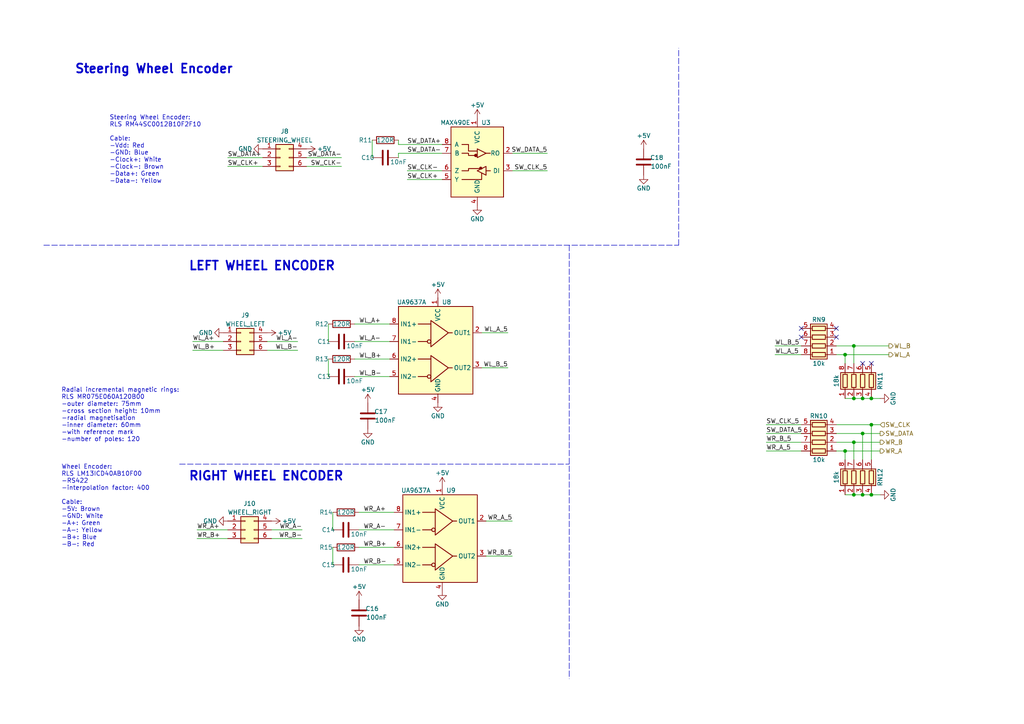
<source format=kicad_sch>
(kicad_sch (version 20211123) (generator eeschema)
  (paper "A4")
  (title_block (title "DAS+ECU") (date "2022-01-10") (rev "v1.0") (company "E-Agle TRT") (comment 1 "Filippo Volpe"))
  (lib_symbols
    (symbol "Connector_Generic:Conn_02x03_Top_Bottom" (pin_names (offset 1.016) hide)
      (property "Reference" "J" (at 1.27 5.08 0))
      (property "Value" "Conn_02x03_Top_Bottom" (at 1.27 -5.08 0))
      (symbol "Conn_02x03_Top_Bottom_1_1"
        (rectangle (start -1.27 -2.413) (end 0 -2.667) (stroke (width 0.1524)))
        (rectangle (start -1.27 0.127) (end 0 -0.127) (stroke (width 0.1524)))
        (rectangle (start -1.27 2.667) (end 0 2.413) (stroke (width 0.1524)))
        (rectangle (start -1.27 3.81) (end 3.81 -3.81) (stroke (width 0.254)) (fill (type background)))
        (rectangle (start 3.81 -2.413) (end 2.54 -2.667) (stroke (width 0.1524)))
        (rectangle (start 3.81 0.127) (end 2.54 -0.127) (stroke (width 0.1524)))
        (rectangle (start 3.81 2.667) (end 2.54 2.413) (stroke (width 0.1524)))
        (pin passive line (at -5.08 2.54 0) (length 3.81) (name "Pin_1") (number "1"))
        (pin passive line (at -5.08 0 0) (length 3.81) (name "Pin_2") (number "2"))
        (pin passive line (at -5.08 -2.54 0) (length 3.81) (name "Pin_3") (number "3"))
        (pin passive line (at 7.62 2.54 180) (length 3.81) (name "Pin_4") (number "4"))
        (pin passive line (at 7.62 0 180) (length 3.81) (name "Pin_5") (number "5"))
        (pin passive line (at 7.62 -2.54 180) (length 3.81) (name "Pin_6") (number "6"))
      )
    )
    (symbol "Device:C" (pin_numbers hide) (pin_names (offset 0.254))
      (property "Reference" "C" (at 0.635 2.54 0))
      (property "Value" "C" (at 0.635 -2.54 0))
      (symbol "C_0_1"
        (polyline (pts (xy -2.032 -0.762) (xy 2.032 -0.762)) (stroke (width 0.508)))
        (polyline (pts (xy -2.032 0.762) (xy 2.032 0.762)) (stroke (width 0.508)))
      )
      (symbol "C_1_1"
        (pin passive line (at 0 3.81 270) (length 2.794) (name "~") (number "1"))
        (pin passive line (at 0 -3.81 90) (length 2.794) (name "~") (number "2"))
      )
    )
    (symbol "Device:R" (pin_numbers hide) (pin_names (offset 0))
      (property "Reference" "R" (at 2.032 0 90))
      (property "Value" "R" (at 0 0 90))
      (symbol "R_0_1"
        (rectangle (start -1.016 -2.54) (end 1.016 2.54) (stroke (width 0.254)))
      )
      (symbol "R_1_1"
        (pin passive line (at 0 3.81 270) (length 1.27) (name "~") (number "1"))
        (pin passive line (at 0 -3.81 90) (length 1.27) (name "~") (number "2"))
      )
    )
    (symbol "Device:R_Pack04" (pin_names (offset 0) hide)
      (property "Reference" "RN" (at -7.62 0 90))
      (property "Value" "R_Pack04" (at 5.08 0 90))
      (symbol "R_Pack04_0_1"
        (rectangle (start -6.35 -2.413) (end 3.81 2.413) (stroke (width 0.254)) (fill (type background)))
        (rectangle (start -5.715 1.905) (end -4.445 -1.905) (stroke (width 0.254)))
        (rectangle (start -3.175 1.905) (end -1.905 -1.905) (stroke (width 0.254)))
        (rectangle (start -0.635 1.905) (end 0.635 -1.905) (stroke (width 0.254)))
        (polyline (pts (xy -5.08 -2.54) (xy -5.08 -1.905)))
        (polyline (pts (xy -5.08 1.905) (xy -5.08 2.54)))
        (polyline (pts (xy -2.54 -2.54) (xy -2.54 -1.905)))
        (polyline (pts (xy -2.54 1.905) (xy -2.54 2.54)))
        (polyline (pts (xy 0 -2.54) (xy 0 -1.905)))
        (polyline (pts (xy 0 1.905) (xy 0 2.54)))
        (polyline (pts (xy 2.54 -2.54) (xy 2.54 -1.905)))
        (polyline (pts (xy 2.54 1.905) (xy 2.54 2.54)))
        (rectangle (start 1.905 1.905) (end 3.175 -1.905) (stroke (width 0.254)))
      )
      (symbol "R_Pack04_1_1"
        (pin passive line (at -5.08 -5.08 90) (length 2.54) (name "R1.1") (number "1"))
        (pin passive line (at -2.54 -5.08 90) (length 2.54) (name "R2.1") (number "2"))
        (pin passive line (at 0 -5.08 90) (length 2.54) (name "R3.1") (number "3"))
        (pin passive line (at 2.54 -5.08 90) (length 2.54) (name "R4.1") (number "4"))
        (pin passive line (at 2.54 5.08 270) (length 2.54) (name "R4.2") (number "5"))
        (pin passive line (at 0 5.08 270) (length 2.54) (name "R3.2") (number "6"))
        (pin passive line (at -2.54 5.08 270) (length 2.54) (name "R2.2") (number "7"))
        (pin passive line (at -5.08 5.08 270) (length 2.54) (name "R1.2") (number "8"))
      )
    )
    (symbol "Eagle_Main:UA9637A"
      (property "Reference" "U" (at -6.985 13.97 0))
      (property "Value" "UA9637A" (at 8.255 13.97 0))
      (symbol "UA9637A_0_1"
        (rectangle (start -10.16 12.7) (end 11.43 -12.7) (stroke (width 0.254)) (fill (type background)))
      )
      (symbol "UA9637A_1_1"
        (polyline (pts (xy 2.032 -2.54) (xy 5.715 -2.54)) (stroke (width 0.254)))
        (polyline (pts (xy 2.032 7.62) (xy 5.715 7.62)) (stroke (width 0.254)))
        (polyline (pts (xy 3.048 -7.62) (xy 5.715 -7.62)) (stroke (width 0.254)))
        (polyline (pts (xy 3.048 2.54) (xy 5.715 2.54)) (stroke (width 0.254)))
        (polyline (pts (xy -3.175 -5.08) (xy -4.191 -5.08) (xy -4.064 -5.08)) (stroke (width 0.254)))
        (polyline (pts (xy -3.175 5.08) (xy -4.191 5.08) (xy -4.064 5.08)) (stroke (width 0.254)))
        (polyline (pts (xy 2.032 -5.334) (xy 2.032 -1.524) (xy -3.048 -5.08) (xy 2.032 -9.144) (xy 2.032 -5.334)) (stroke (width 0.254)))
        (polyline (pts (xy 2.032 4.826) (xy 2.032 8.636) (xy -3.048 5.08) (xy 2.032 1.016) (xy 2.032 4.826)) (stroke (width 0.254)))
        (circle (center 2.54 -7.62) (radius 0.508) (stroke (width 0.254)))
        (circle (center 2.54 2.54) (radius 0.508) (stroke (width 0.254)))
        (pin power_in line (at 0 15.24 270) (length 2.54) (name "VCC") (number "1"))
        (pin output line (at -12.7 5.08 0) (length 2.54) (name "OUT1") (number "2"))
        (pin output line (at -12.7 -5.08 0) (length 2.54) (name "OUT2") (number "3"))
        (pin power_in line (at 0 -15.24 90) (length 2.54) (name "GND") (number "4"))
        (pin input line (at 13.97 -7.62 180) (length 2.54) (name "IN2-") (number "5"))
        (pin input line (at 13.97 -2.54 180) (length 2.54) (name "IN2+") (number "6"))
        (pin input line (at 13.97 2.54 180) (length 2.54) (name "IN1-") (number "7"))
        (pin input line (at 13.97 7.62 180) (length 2.54) (name "IN1+") (number "8"))
      )
    )
    (symbol "Interface_UART:MAX490E" (pin_names (offset 1.016))
      (property "Reference" "U" (at -6.096 11.43 0))
      (property "Value" "MAX490E" (at 0.762 11.43 0))
      (symbol "MAX490E_0_1"
        (rectangle (start -7.62 10.16) (end 7.62 -10.16) (stroke (width 0.254)) (fill (type background)))
        (circle (center -1.27 -1.905) (radius 0.0001) (stroke (width 0.254)))
        (circle (center -0.9906 -1.778) (radius 0.3048) (stroke (width 0.254)) (fill (type outline)))
        (polyline (pts (xy -2.54 -3.81) (xy 0 -2.54)) (stroke (width 0.254)))
        (polyline (pts (xy -2.54 -2.54) (xy -3.81 -2.54)) (stroke (width 0.254)))
        (polyline (pts (xy -2.54 2.54) (xy -3.81 2.54)) (stroke (width 0.254)))
        (polyline (pts (xy -0.635 -1.905) (xy -1.27 -1.905)))
        (polyline (pts (xy -2.54 -3.81) (xy -2.54 -1.27) (xy 0 -2.54)) (stroke (width 0.254)))
        (polyline (pts (xy -1.27 -3.175) (xy -1.27 -5.08) (xy 4.445 -5.08)) (stroke (width 0.254)))
        (polyline (pts (xy -2.54 2.54) (xy 0 3.81) (xy 0 1.27) (xy -2.54 2.54)) (stroke (width 0.254)))
        (polyline (pts (xy -0.635 -1.905) (xy 2.54 -1.905) (xy 2.54 -2.54) (xy 4.445 -2.54)) (stroke (width 0.254)))
        (polyline (pts (xy 0 3.175) (xy 2.54 3.175) (xy 2.54 5.08) (xy 4.445 5.08)) (stroke (width 0.254)))
        (polyline (pts (xy 0.635 1.905) (xy 2.54 1.905) (xy 2.54 2.54) (xy 4.445 2.54)) (stroke (width 0.254)))
        (circle (center 0.4318 1.905) (radius 0.3556) (stroke (width 0.254)) (fill (type outline)))
      )
      (symbol "MAX490E_1_1"
        (pin power_in line (at 0 12.7 270) (length 2.54) (name "VCC") (number "1"))
        (pin output line (at -10.16 2.54 0) (length 2.54) (name "RO") (number "2"))
        (pin input line (at -10.16 -2.54 0) (length 2.54) (name "DI") (number "3"))
        (pin power_in line (at 0 -12.7 90) (length 2.54) (name "GND") (number "4"))
        (pin output line (at 10.16 -5.08 180) (length 2.54) (name "Y") (number "5"))
        (pin output line (at 10.16 -2.54 180) (length 2.54) (name "Z") (number "6"))
        (pin input line (at 10.16 2.54 180) (length 2.54) (name "B") (number "7"))
        (pin input line (at 10.16 5.08 180) (length 2.54) (name "A") (number "8"))
      )
    )
    (symbol "power:+5V" (power) (pin_names (offset 0))
      (property "Value" "+5V" (at 0 3.556 0))
      (symbol "+5V_0_1"
        (polyline (pts (xy -0.762 1.27) (xy 0 2.54)))
        (polyline (pts (xy 0 0) (xy 0 2.54)))
        (polyline (pts (xy 0 2.54) (xy 0.762 1.27)))
      )
      (symbol "+5V_1_1"
        (pin power_in line (at 0 0 90) (length 0) hide (name "+5V") (number "1"))
      )
    )
    (symbol "power:GND" (power) (pin_names (offset 0))
      (property "Value" "GND" (at 0 -3.81 0))
      (symbol "GND_0_1"
        (polyline (pts (xy 0 0) (xy 0 -1.27) (xy 1.27 -1.27) (xy 0 -2.54) (xy -1.27 -1.27) (xy 0 -1.27)))
      )
      (symbol "GND_1_1"
        (pin power_in line (at 0 0 270) (length 0) hide (name "GND") (number "1"))
      )
    )
  )
  (junction (at 245.11 102.87))
  (junction (at 250.19 143.51))
  (junction (at 250.19 115.57))
  (junction (at 252.73 143.51))
  (junction (at 252.73 115.57))
  (junction (at 247.65 100.33))
  (junction (at 247.65 115.57))
  (junction (at 247.65 143.51))
  (junction (at 252.73 123.19))
  (junction (at 247.65 128.27))
  (junction (at 245.11 130.81))
  (junction (at 250.19 125.73))
  (no_connect (at 242.57 97.79))
  (no_connect (at 252.73 105.41))
  (no_connect (at 232.41 95.25))
  (no_connect (at 242.57 95.25))
  (no_connect (at 250.19 105.41))
  (no_connect (at 232.41 97.79))
  (wire (pts (xy 245.11 130.81) (xy 255.27 130.81)))
  (wire (pts (xy 87.63 156.21) (xy 78.74 156.21)))
  (wire (pts (xy 118.11 49.53) (xy 128.27 49.53)))
  (polyline (pts (xy 12.7 71.12) (xy 196.85 71.12)))
  (wire (pts (xy 247.65 100.33) (xy 242.57 100.33)))
  (wire (pts (xy 222.25 123.19) (xy 232.41 123.19)))
  (wire (pts (xy 66.04 48.26) (xy 76.2 48.26)))
  (wire (pts (xy 102.87 104.14) (xy 113.03 104.14)))
  (wire (pts (xy 224.79 100.33) (xy 232.41 100.33)))
  (wire (pts (xy 107.95 45.72) (xy 107.95 40.64)))
  (wire (pts (xy 242.57 123.19) (xy 252.73 123.19)))
  (wire (pts (xy 104.14 158.75) (xy 114.3 158.75)))
  (polyline (pts (xy 52.07 134.62) (xy 165.1 134.62)))
  (wire (pts (xy 247.65 128.27) (xy 255.27 128.27)))
  (wire (pts (xy 102.87 93.98) (xy 113.03 93.98)))
  (wire (pts (xy 247.65 143.51) (xy 245.11 143.51)))
  (polyline (pts (xy 165.1 71.12) (xy 165.1 196.85)))
  (wire (pts (xy 242.57 102.87) (xy 245.11 102.87)))
  (wire (pts (xy 148.59 151.13) (xy 140.97 151.13)))
  (wire (pts (xy 102.87 99.06) (xy 113.03 99.06)))
  (wire (pts (xy 104.14 163.83) (xy 114.3 163.83)))
  (wire (pts (xy 115.57 40.64) (xy 115.57 41.91)))
  (wire (pts (xy 99.06 48.26) (xy 88.9 48.26)))
  (wire (pts (xy 66.04 156.21) (xy 57.15 156.21)))
  (wire (pts (xy 66.04 45.72) (xy 76.2 45.72)))
  (wire (pts (xy 247.65 105.41) (xy 247.65 100.33)))
  (wire (pts (xy 232.41 125.73) (xy 222.25 125.73)))
  (wire (pts (xy 222.25 130.81) (xy 232.41 130.81)))
  (wire (pts (xy 252.73 115.57) (xy 250.19 115.57)))
  (wire (pts (xy 104.14 153.67) (xy 114.3 153.67)))
  (wire (pts (xy 242.57 130.81) (xy 245.11 130.81)))
  (wire (pts (xy 255.27 115.57) (xy 252.73 115.57)))
  (wire (pts (xy 242.57 125.73) (xy 250.19 125.73)))
  (wire (pts (xy 250.19 115.57) (xy 247.65 115.57)))
  (wire (pts (xy 115.57 44.45) (xy 115.57 45.72)))
  (wire (pts (xy 66.04 153.67) (xy 57.15 153.67)))
  (wire (pts (xy 252.73 143.51) (xy 250.19 143.51)))
  (wire (pts (xy 250.19 143.51) (xy 247.65 143.51)))
  (wire (pts (xy 115.57 44.45) (xy 128.27 44.45)))
  (wire (pts (xy 255.27 143.51) (xy 252.73 143.51)))
  (wire (pts (xy 86.36 99.06) (xy 77.47 99.06)))
  (wire (pts (xy 224.79 102.87) (xy 232.41 102.87)))
  (wire (pts (xy 148.59 49.53) (xy 158.75 49.53)))
  (wire (pts (xy 245.11 102.87) (xy 257.81 102.87)))
  (wire (pts (xy 147.32 96.52) (xy 139.7 96.52)))
  (wire (pts (xy 96.52 153.67) (xy 96.52 148.59)))
  (wire (pts (xy 147.32 106.68) (xy 139.7 106.68)))
  (wire (pts (xy 245.11 133.35) (xy 245.11 130.81)))
  (wire (pts (xy 86.36 101.6) (xy 77.47 101.6)))
  (wire (pts (xy 95.25 109.22) (xy 95.25 104.14)))
  (wire (pts (xy 96.52 163.83) (xy 96.52 158.75)))
  (wire (pts (xy 64.77 99.06) (xy 55.88 99.06)))
  (wire (pts (xy 128.27 52.07) (xy 118.11 52.07)))
  (wire (pts (xy 250.19 133.35) (xy 250.19 125.73)))
  (wire (pts (xy 247.65 133.35) (xy 247.65 128.27)))
  (wire (pts (xy 95.25 99.06) (xy 95.25 93.98)))
  (wire (pts (xy 222.25 128.27) (xy 232.41 128.27)))
  (wire (pts (xy 158.75 44.45) (xy 148.59 44.45)))
  (wire (pts (xy 252.73 133.35) (xy 252.73 123.19)))
  (wire (pts (xy 252.73 123.19) (xy 255.27 123.19)))
  (polyline (pts (xy 196.85 71.12) (xy 196.85 13.97)))
  (wire (pts (xy 148.59 161.29) (xy 140.97 161.29)))
  (wire (pts (xy 104.14 148.59) (xy 114.3 148.59)))
  (wire (pts (xy 247.65 115.57) (xy 245.11 115.57)))
  (wire (pts (xy 99.06 45.72) (xy 88.9 45.72)))
  (wire (pts (xy 115.57 41.91) (xy 128.27 41.91)))
  (wire (pts (xy 257.81 100.33) (xy 247.65 100.33)))
  (wire (pts (xy 250.19 125.73) (xy 255.27 125.73)))
  (wire (pts (xy 242.57 128.27) (xy 247.65 128.27)))
  (wire (pts (xy 87.63 153.67) (xy 78.74 153.67)))
  (wire (pts (xy 64.77 101.6) (xy 55.88 101.6)))
  (wire (pts (xy 245.11 105.41) (xy 245.11 102.87)))
  (wire (pts (xy 102.87 109.22) (xy 113.03 109.22)))
  (text "Steering Wheel Encoder" (at 21.59 21.59 0) (effects (font (size 2.54 2.54) (thickness 0.508) bold) (justify left bottom)))
  (text "Radial incremental magnetic rings: \nRLS MR075E060A120B00\n-outer diameter: 75mm\n-cross section height: 10mm\n-radial magnetisation\n-inner diameter: 60mm\n-with reference mark\n-number of poles: 120" (at 17.78 128.27 0) (effects (font (size 1.27 1.27)) (justify left bottom)))
  (text "RIGHT WHEEL ENCODER" (at 54.61 139.7 0) (effects (font (size 2.54 2.54) (thickness 0.508) bold) (justify left bottom)))
  (text "LEFT WHEEL ENCODER" (at 54.61 78.74 0) (effects (font (size 2.54 2.54) (thickness 0.508) bold) (justify left bottom)))
  (text "Steering Wheel Encoder:\nRLS RM44SC0012B10F2F10\n\nCable:\n-Vdd: Red\n-GND: Blue\n-Clock+: White\n-Clock-: Brown\n-Data+: Green\n-Data-: Yellow" (at 31.75 53.34 0) (effects (font (size 1.27 1.27)) (justify left bottom)))
  (text "Wheel Encoder:\nRLS LM13ICD40AB10F00\n-RS422\n-interpolation factor: 400\n\nCable:\n-5V: Brown\n-GND: White\n-A+: Green\n-A-: Yellow\n-B+: Blue\n-B-: Red" (at 17.78 158.75 0) (effects (font (size 1.27 1.27)) (justify left bottom)))
  (label "WR_A+" (at 57.15 153.67 0))
  (label "WR_B-" (at 87.63 156.21 180))
  (label "SW_CLK-" (at 118.11 49.53 0))
  (label "WL_B+" (at 104.14 104.14 0))
  (label "WL_B_5" (at 147.32 106.68 180))
  (label "WR_B+" (at 57.15 156.21 0))
  (label "WL_A_5" (at 147.32 96.52 180))
  (label "WL_A-" (at 104.14 99.06 0))
  (label "WL_A+" (at 104.14 93.98 0))
  (label "SW_CLK_5" (at 222.25 123.19 0))
  (label "SW_CLK-" (at 99.06 48.26 180))
  (label "SW_CLK+" (at 66.04 48.26 0))
  (label "WR_A-" (at 87.63 153.67 180))
  (label "WR_B_5" (at 222.25 128.27 0))
  (label "SW_DATA-" (at 99.06 45.72 180))
  (label "WR_B_5" (at 148.59 161.29 180))
  (label "SW_DATA-" (at 118.11 44.45 0))
  (label "SW_DATA+" (at 118.11 41.91 0))
  (label "WL_A_5" (at 224.79 102.87 0))
  (label "WR_A_5" (at 148.59 151.13 180))
  (label "WL_A+" (at 55.88 99.06 0))
  (label "WL_A-" (at 86.36 99.06 180))
  (label "SW_DATA_5" (at 158.75 44.45 180))
  (label "WR_B+" (at 105.41 158.75 0))
  (label "SW_DATA_5" (at 222.25 125.73 0))
  (label "SW_CLK+" (at 118.11 52.07 0))
  (label "WR_A+" (at 105.41 148.59 0))
  (label "WR_A-" (at 105.41 153.67 0))
  (label "WL_B+" (at 55.88 101.6 0))
  (label "WL_B-" (at 104.14 109.22 0))
  (label "WL_B_5" (at 224.79 100.33 0))
  (label "SW_DATA+" (at 66.04 45.72 0))
  (label "WR_B-" (at 105.41 163.83 0))
  (label "SW_CLK_5" (at 158.75 49.53 180))
  (label "WR_A_5" (at 222.25 130.81 0))
  (label "WL_B-" (at 86.36 101.6 180))
  (hierarchical_label "WL_B" (shape output) (at 257.81 100.33 0))
  (hierarchical_label "SW_CLK" (shape input) (at 255.27 123.19 0))
  (hierarchical_label "WL_A" (shape output) (at 257.81 102.87 0))
  (hierarchical_label "WR_B" (shape output) (at 255.27 128.27 0))
  (hierarchical_label "SW_DATA" (shape output) (at 255.27 125.73 0))
  (hierarchical_label "WR_A" (shape output) (at 255.27 130.81 0))
  (symbol (lib_id "power:GND") (at 255.27 143.51 90) (unit 1)
    (property "Reference" "#PWR080" (effects hide))
    (property "Value" "GND" (at 259.08 143.51 0))
  )
  (symbol (lib_id "Device:R_Pack04") (at 250.19 138.43 0) (unit 1)
    (property "Reference" "RN12" (at 255.27 138.43 90))
    (property "Value" "18k" (at 242.57 138.43 90))
    (property "Footprint" "Resistor_SMD:R_Array_Convex_4x0603" (effects hide))
  )
  (symbol (lib_id "Device:R_Pack04") (at 237.49 125.73 90) (unit 1)
    (property "Reference" "RN10" (at 237.49 120.65 90))
    (property "Value" "10k" (at 237.49 133.35 90))
    (property "Footprint" "Resistor_SMD:R_Array_Convex_4x0603" (effects hide))
  )
  (symbol (lib_id "Device:R_Pack04") (at 237.49 97.79 90) (unit 1)
    (property "Reference" "RN9" (at 237.49 92.71 90))
    (property "Value" "10k" (at 237.49 105.41 90))
    (property "Footprint" "Resistor_SMD:R_Array_Convex_4x0603" (effects hide))
  )
  (symbol (lib_id "Device:R_Pack04") (at 250.19 110.49 0) (unit 1)
    (property "Reference" "RN11" (at 255.27 110.49 90))
    (property "Value" "18k" (at 242.57 110.49 90))
    (property "Footprint" "Resistor_SMD:R_Array_Convex_4x0603" (effects hide))
  )
  (symbol (lib_id "power:GND") (at 255.27 115.57 90) (unit 1)
    (property "Reference" "#PWR079" (effects hide))
    (property "Value" "GND" (at 259.08 115.57 0))
  )
  (symbol (lib_id "Connector_Generic:Conn_02x03_Top_Bottom") (at 69.85 99.06 0) (unit 1)
    (property "Reference" "J9" (at 71.12 91.44 0))
    (property "Value" "WHEEL_LEFT" (at 71.12 93.98 0))
    (property "Footprint" "Connector_Molex:Molex_Micro-Fit_3.0_43045-0600_2x03_P3.00mm_Horizontal" (effects hide))
  )
  (symbol (lib_id "Connector_Generic:Conn_02x03_Top_Bottom") (at 81.28 45.72 0) (unit 1)
    (property "Reference" "J8" (at 82.55 38.1 0))
    (property "Value" "STEERING_WHEEL" (at 82.55 40.64 0))
    (property "Footprint" "Connector_Molex:Molex_Micro-Fit_3.0_43045-0600_2x03_P3.00mm_Horizontal" (effects hide))
  )
  (symbol (lib_id "power:GND") (at 76.2 43.18 270) (unit 1)
    (property "Reference" "#PWR061" (effects hide))
    (property "Value" "GND" (at 71.12 43.18 90))
  )
  (symbol (lib_id "power:+5V") (at 88.9 43.18 270) (unit 1)
    (property "Reference" "#PWR064" (effects hide))
    (property "Value" "+5V" (at 93.98 43.18 90))
  )
  (symbol (lib_id "Interface_UART:MAX490E") (at 138.43 46.99 0) (mirror y) (unit 1)
    (property "Reference" "U3" (at 140.97 35.56 0))
    (property "Value" "MAX490E" (at 132.08 35.56 0))
    (property "Footprint" "Package_SO:SOIC-8_3.9x4.9mm_P1.27mm" (effects hide))
    (property "Datasheet" "https://datasheets.maximintegrated.com/en/ds/MAX1487E-MAX491E.pdf" (effects hide))
  )
  (symbol (lib_id "power:GND") (at 138.43 59.69 0) (unit 1)
    (property "Reference" "#PWR072" (effects hide))
    (property "Value" "GND" (at 138.43 63.5 0))
  )
  (symbol (lib_id "power:+5V") (at 138.43 34.29 0) (unit 1)
    (property "Reference" "#PWR071" (effects hide))
    (property "Value" "+5V" (at 138.43 30.48 0))
  )
  (symbol (lib_id "Eagle_Main:UA9637A") (at 127 101.6 0) (mirror y) (unit 1)
    (property "Reference" "U8" (at 129.54 87.63 0))
    (property "Value" "UA9637A" (at 119.38 87.63 0))
    (property "Footprint" "Package_SO:SOIC-8_3.9x4.9mm_P1.27mm" (effects hide))
    (property "Datasheet" "https://www.analog.com/media/en/technical-documentation/data-sheets/285012fe.pdf" (effects hide))
  )
  (symbol (lib_id "power:+5V") (at 77.47 96.52 270) (unit 1)
    (property "Reference" "#PWR065" (effects hide))
    (property "Value" "+5V" (at 82.55 96.52 90))
  )
  (symbol (lib_id "power:GND") (at 64.77 96.52 270) (unit 1)
    (property "Reference" "#PWR062" (effects hide))
    (property "Value" "GND" (at 59.69 96.52 90))
  )
  (symbol (lib_id "Device:R") (at 99.06 104.14 90) (unit 1)
    (property "Reference" "R13" (at 95.25 104.14 90) (effects (justify left)))
    (property "Value" "120R" (at 101.6 104.14 90) (effects (justify left)))
    (property "Footprint" "Resistor_SMD:R_0603_1608Metric" (effects hide))
  )
  (symbol (lib_id "Device:C") (at 99.06 109.22 270) (unit 1)
    (property "Reference" "C13" (at 93.98 109.22 90))
    (property "Value" "10nF" (at 102.87 110.49 90))
    (property "Footprint" "Capacitor_SMD:C_0603_1608Metric" (effects hide))
  )
  (symbol (lib_id "Device:R") (at 99.06 93.98 90) (unit 1)
    (property "Reference" "R12" (at 95.25 93.98 90) (effects (justify left)))
    (property "Value" "120R" (at 101.6 93.98 90) (effects (justify left)))
    (property "Footprint" "Resistor_SMD:R_0603_1608Metric" (effects hide))
  )
  (symbol (lib_id "Device:C") (at 99.06 99.06 270) (unit 1)
    (property "Reference" "C11" (at 93.98 99.06 90))
    (property "Value" "10nF" (at 102.87 100.33 90))
    (property "Footprint" "Capacitor_SMD:C_0603_1608Metric" (effects hide))
  )
  (symbol (lib_id "Device:R") (at 111.76 40.64 90) (unit 1)
    (property "Reference" "R11" (at 107.95 40.64 90) (effects (justify left)))
    (property "Value" "120R" (at 114.3 40.64 90) (effects (justify left)))
    (property "Footprint" "Resistor_SMD:R_0603_1608Metric" (effects hide))
  )
  (symbol (lib_id "Device:C") (at 111.76 45.72 270) (unit 1)
    (property "Reference" "C10" (at 106.68 45.72 90))
    (property "Value" "10nF" (at 115.57 46.99 90))
    (property "Footprint" "Capacitor_SMD:C_0603_1608Metric" (effects hide))
  )
  (symbol (lib_id "power:+5V") (at 127 86.36 0) (unit 1)
    (property "Reference" "#PWR073" (effects hide))
    (property "Value" "+5V" (at 127 82.55 0))
  )
  (symbol (lib_id "power:GND") (at 127 116.84 0) (unit 1)
    (property "Reference" "#PWR074" (effects hide))
    (property "Value" "GND" (at 127 120.65 0))
  )
  (symbol (lib_id "Device:C") (at 106.68 120.65 0) (unit 1)
    (property "Reference" "C17" (at 110.49 119.38 0))
    (property "Value" "100nF" (at 111.76 121.92 0))
    (property "Footprint" "Capacitor_SMD:C_0603_1608Metric" (effects hide))
  )
  (symbol (lib_id "power:+5V") (at 106.68 116.84 0) (unit 1)
    (property "Reference" "#PWR069" (effects hide))
    (property "Value" "+5V" (at 106.68 113.03 0))
  )
  (symbol (lib_id "power:GND") (at 106.68 124.46 0) (unit 1)
    (property "Reference" "#PWR070" (effects hide))
    (property "Value" "GND" (at 106.68 128.27 0))
  )
  (symbol (lib_id "Device:C") (at 186.69 46.99 0) (unit 1)
    (property "Reference" "C18" (at 190.5 45.72 0))
    (property "Value" "100nF" (at 191.77 48.26 0))
    (property "Footprint" "Capacitor_SMD:C_0603_1608Metric" (effects hide))
  )
  (symbol (lib_id "power:+5V") (at 186.69 43.18 0) (unit 1)
    (property "Reference" "#PWR077" (effects hide))
    (property "Value" "+5V" (at 186.69 39.37 0))
  )
  (symbol (lib_id "power:GND") (at 186.69 50.8 0) (unit 1)
    (property "Reference" "#PWR078" (effects hide))
    (property "Value" "GND" (at 186.69 54.61 0))
  )
  (symbol (lib_id "Connector_Generic:Conn_02x03_Top_Bottom") (at 71.12 153.67 0) (unit 1)
    (property "Reference" "J10" (at 72.39 146.05 0))
    (property "Value" "WHEEL_RIGHT" (at 72.39 148.59 0))
    (property "Footprint" "Connector_Molex:Molex_Micro-Fit_3.0_43045-0600_2x03_P3.00mm_Horizontal" (effects hide))
  )
  (symbol (lib_id "Eagle_Main:UA9637A") (at 128.27 156.21 0) (mirror y) (unit 1)
    (property "Reference" "U9" (at 130.81 142.24 0))
    (property "Value" "UA9637A" (at 120.65 142.24 0))
    (property "Footprint" "Package_SO:SOIC-8_3.9x4.9mm_P1.27mm" (effects hide))
    (property "Datasheet" "https://www.analog.com/media/en/technical-documentation/data-sheets/285012fe.pdf" (effects hide))
  )
  (symbol (lib_id "power:+5V") (at 78.74 151.13 270) (unit 1)
    (property "Reference" "#PWR066" (effects hide))
    (property "Value" "+5V" (at 83.82 151.13 90))
  )
  (symbol (lib_id "power:GND") (at 66.04 151.13 270) (unit 1)
    (property "Reference" "#PWR063" (effects hide))
    (property "Value" "GND" (at 60.96 151.13 90))
  )
  (symbol (lib_id "Device:R") (at 100.33 158.75 90) (unit 1)
    (property "Reference" "R15" (at 96.52 158.75 90) (effects (justify left)))
    (property "Value" "120R" (at 102.87 158.75 90) (effects (justify left)))
    (property "Footprint" "Resistor_SMD:R_0603_1608Metric" (effects hide))
  )
  (symbol (lib_id "Device:C") (at 100.33 163.83 270) (unit 1)
    (property "Reference" "C15" (at 95.25 163.83 90))
    (property "Value" "10nF" (at 104.14 165.1 90))
    (property "Footprint" "Capacitor_SMD:C_0603_1608Metric" (effects hide))
  )
  (symbol (lib_id "Device:R") (at 100.33 148.59 90) (unit 1)
    (property "Reference" "R14" (at 96.52 148.59 90) (effects (justify left)))
    (property "Value" "120R" (at 102.87 148.59 90) (effects (justify left)))
    (property "Footprint" "Resistor_SMD:R_0603_1608Metric" (effects hide))
  )
  (symbol (lib_id "Device:C") (at 100.33 153.67 270) (unit 1)
    (property "Reference" "C14" (at 95.25 153.67 90))
    (property "Value" "10nF" (at 104.14 154.94 90))
    (property "Footprint" "Capacitor_SMD:C_0603_1608Metric" (effects hide))
  )
  (symbol (lib_id "power:+5V") (at 128.27 140.97 0) (unit 1)
    (property "Reference" "#PWR075" (effects hide))
    (property "Value" "+5V" (at 128.27 137.16 0))
  )
  (symbol (lib_id "power:GND") (at 128.27 171.45 0) (unit 1)
    (property "Reference" "#PWR076" (effects hide))
    (property "Value" "GND" (at 128.27 175.26 0))
  )
  (symbol (lib_id "Device:C") (at 104.14 177.8 0) (unit 1)
    (property "Reference" "C16" (at 107.95 176.53 0))
    (property "Value" "100nF" (at 109.22 179.07 0))
    (property "Footprint" "Capacitor_SMD:C_0603_1608Metric" (effects hide))
  )
  (symbol (lib_id "power:+5V") (at 104.14 173.99 0) (unit 1)
    (property "Reference" "#PWR067" (effects hide))
    (property "Value" "+5V" (at 104.14 170.18 0))
  )
  (symbol (lib_id "power:GND") (at 104.14 181.61 0) (unit 1)
    (property "Reference" "#PWR068" (effects hide))
    (property "Value" "GND" (at 104.14 185.42 0))
  )
)
</source>
